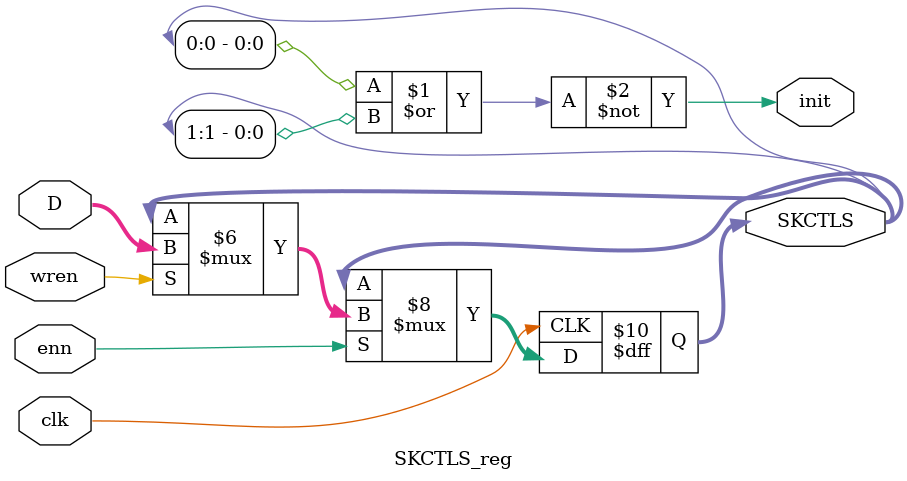
<source format=v>
`timescale 1ns / 10ps


module SKCTLS_reg
(
    input  enn,
    input  clk,
    input  wren,
    input  [7:0]D,
    output reg [7:0]SKCTLS,
    output init
);

    assign init = ~(SKCTLS[0] | SKCTLS[1]);

    always @(negedge clk) begin
        if(enn == 1'b1) begin
            if(wren == 1'b1) begin
                SKCTLS <= D;
            end
        end
    end
endmodule

</source>
